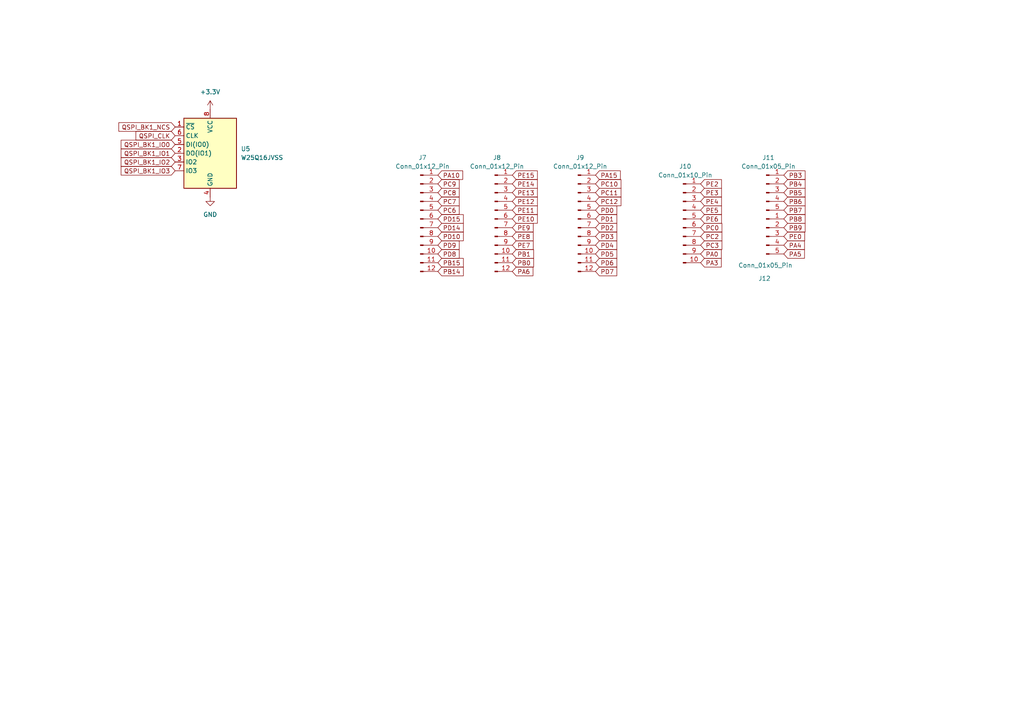
<source format=kicad_sch>
(kicad_sch
	(version 20231120)
	(generator "eeschema")
	(generator_version "8.0")
	(uuid "fce70f92-0567-4209-b6a7-ebdc4e5c9de3")
	(paper "A4")
	(lib_symbols
		(symbol "Connector:Conn_01x05_Pin"
			(pin_names
				(offset 1.016) hide)
			(exclude_from_sim no)
			(in_bom yes)
			(on_board yes)
			(property "Reference" "J"
				(at 0 7.62 0)
				(effects
					(font
						(size 1.27 1.27)
					)
				)
			)
			(property "Value" "Conn_01x05_Pin"
				(at 0 -7.62 0)
				(effects
					(font
						(size 1.27 1.27)
					)
				)
			)
			(property "Footprint" ""
				(at 0 0 0)
				(effects
					(font
						(size 1.27 1.27)
					)
					(hide yes)
				)
			)
			(property "Datasheet" "~"
				(at 0 0 0)
				(effects
					(font
						(size 1.27 1.27)
					)
					(hide yes)
				)
			)
			(property "Description" "Generic connector, single row, 01x05, script generated"
				(at 0 0 0)
				(effects
					(font
						(size 1.27 1.27)
					)
					(hide yes)
				)
			)
			(property "ki_locked" ""
				(at 0 0 0)
				(effects
					(font
						(size 1.27 1.27)
					)
				)
			)
			(property "ki_keywords" "connector"
				(at 0 0 0)
				(effects
					(font
						(size 1.27 1.27)
					)
					(hide yes)
				)
			)
			(property "ki_fp_filters" "Connector*:*_1x??_*"
				(at 0 0 0)
				(effects
					(font
						(size 1.27 1.27)
					)
					(hide yes)
				)
			)
			(symbol "Conn_01x05_Pin_1_1"
				(polyline
					(pts
						(xy 1.27 -5.08) (xy 0.8636 -5.08)
					)
					(stroke
						(width 0.1524)
						(type default)
					)
					(fill
						(type none)
					)
				)
				(polyline
					(pts
						(xy 1.27 -2.54) (xy 0.8636 -2.54)
					)
					(stroke
						(width 0.1524)
						(type default)
					)
					(fill
						(type none)
					)
				)
				(polyline
					(pts
						(xy 1.27 0) (xy 0.8636 0)
					)
					(stroke
						(width 0.1524)
						(type default)
					)
					(fill
						(type none)
					)
				)
				(polyline
					(pts
						(xy 1.27 2.54) (xy 0.8636 2.54)
					)
					(stroke
						(width 0.1524)
						(type default)
					)
					(fill
						(type none)
					)
				)
				(polyline
					(pts
						(xy 1.27 5.08) (xy 0.8636 5.08)
					)
					(stroke
						(width 0.1524)
						(type default)
					)
					(fill
						(type none)
					)
				)
				(rectangle
					(start 0.8636 -4.953)
					(end 0 -5.207)
					(stroke
						(width 0.1524)
						(type default)
					)
					(fill
						(type outline)
					)
				)
				(rectangle
					(start 0.8636 -2.413)
					(end 0 -2.667)
					(stroke
						(width 0.1524)
						(type default)
					)
					(fill
						(type outline)
					)
				)
				(rectangle
					(start 0.8636 0.127)
					(end 0 -0.127)
					(stroke
						(width 0.1524)
						(type default)
					)
					(fill
						(type outline)
					)
				)
				(rectangle
					(start 0.8636 2.667)
					(end 0 2.413)
					(stroke
						(width 0.1524)
						(type default)
					)
					(fill
						(type outline)
					)
				)
				(rectangle
					(start 0.8636 5.207)
					(end 0 4.953)
					(stroke
						(width 0.1524)
						(type default)
					)
					(fill
						(type outline)
					)
				)
				(pin passive line
					(at 5.08 5.08 180)
					(length 3.81)
					(name "Pin_1"
						(effects
							(font
								(size 1.27 1.27)
							)
						)
					)
					(number "1"
						(effects
							(font
								(size 1.27 1.27)
							)
						)
					)
				)
				(pin passive line
					(at 5.08 2.54 180)
					(length 3.81)
					(name "Pin_2"
						(effects
							(font
								(size 1.27 1.27)
							)
						)
					)
					(number "2"
						(effects
							(font
								(size 1.27 1.27)
							)
						)
					)
				)
				(pin passive line
					(at 5.08 0 180)
					(length 3.81)
					(name "Pin_3"
						(effects
							(font
								(size 1.27 1.27)
							)
						)
					)
					(number "3"
						(effects
							(font
								(size 1.27 1.27)
							)
						)
					)
				)
				(pin passive line
					(at 5.08 -2.54 180)
					(length 3.81)
					(name "Pin_4"
						(effects
							(font
								(size 1.27 1.27)
							)
						)
					)
					(number "4"
						(effects
							(font
								(size 1.27 1.27)
							)
						)
					)
				)
				(pin passive line
					(at 5.08 -5.08 180)
					(length 3.81)
					(name "Pin_5"
						(effects
							(font
								(size 1.27 1.27)
							)
						)
					)
					(number "5"
						(effects
							(font
								(size 1.27 1.27)
							)
						)
					)
				)
			)
		)
		(symbol "Connector:Conn_01x10_Pin"
			(pin_names
				(offset 1.016) hide)
			(exclude_from_sim no)
			(in_bom yes)
			(on_board yes)
			(property "Reference" "J"
				(at 0 12.7 0)
				(effects
					(font
						(size 1.27 1.27)
					)
				)
			)
			(property "Value" "Conn_01x10_Pin"
				(at 0 -15.24 0)
				(effects
					(font
						(size 1.27 1.27)
					)
				)
			)
			(property "Footprint" ""
				(at 0 0 0)
				(effects
					(font
						(size 1.27 1.27)
					)
					(hide yes)
				)
			)
			(property "Datasheet" "~"
				(at 0 0 0)
				(effects
					(font
						(size 1.27 1.27)
					)
					(hide yes)
				)
			)
			(property "Description" "Generic connector, single row, 01x10, script generated"
				(at 0 0 0)
				(effects
					(font
						(size 1.27 1.27)
					)
					(hide yes)
				)
			)
			(property "ki_locked" ""
				(at 0 0 0)
				(effects
					(font
						(size 1.27 1.27)
					)
				)
			)
			(property "ki_keywords" "connector"
				(at 0 0 0)
				(effects
					(font
						(size 1.27 1.27)
					)
					(hide yes)
				)
			)
			(property "ki_fp_filters" "Connector*:*_1x??_*"
				(at 0 0 0)
				(effects
					(font
						(size 1.27 1.27)
					)
					(hide yes)
				)
			)
			(symbol "Conn_01x10_Pin_1_1"
				(polyline
					(pts
						(xy 1.27 -12.7) (xy 0.8636 -12.7)
					)
					(stroke
						(width 0.1524)
						(type default)
					)
					(fill
						(type none)
					)
				)
				(polyline
					(pts
						(xy 1.27 -10.16) (xy 0.8636 -10.16)
					)
					(stroke
						(width 0.1524)
						(type default)
					)
					(fill
						(type none)
					)
				)
				(polyline
					(pts
						(xy 1.27 -7.62) (xy 0.8636 -7.62)
					)
					(stroke
						(width 0.1524)
						(type default)
					)
					(fill
						(type none)
					)
				)
				(polyline
					(pts
						(xy 1.27 -5.08) (xy 0.8636 -5.08)
					)
					(stroke
						(width 0.1524)
						(type default)
					)
					(fill
						(type none)
					)
				)
				(polyline
					(pts
						(xy 1.27 -2.54) (xy 0.8636 -2.54)
					)
					(stroke
						(width 0.1524)
						(type default)
					)
					(fill
						(type none)
					)
				)
				(polyline
					(pts
						(xy 1.27 0) (xy 0.8636 0)
					)
					(stroke
						(width 0.1524)
						(type default)
					)
					(fill
						(type none)
					)
				)
				(polyline
					(pts
						(xy 1.27 2.54) (xy 0.8636 2.54)
					)
					(stroke
						(width 0.1524)
						(type default)
					)
					(fill
						(type none)
					)
				)
				(polyline
					(pts
						(xy 1.27 5.08) (xy 0.8636 5.08)
					)
					(stroke
						(width 0.1524)
						(type default)
					)
					(fill
						(type none)
					)
				)
				(polyline
					(pts
						(xy 1.27 7.62) (xy 0.8636 7.62)
					)
					(stroke
						(width 0.1524)
						(type default)
					)
					(fill
						(type none)
					)
				)
				(polyline
					(pts
						(xy 1.27 10.16) (xy 0.8636 10.16)
					)
					(stroke
						(width 0.1524)
						(type default)
					)
					(fill
						(type none)
					)
				)
				(rectangle
					(start 0.8636 -12.573)
					(end 0 -12.827)
					(stroke
						(width 0.1524)
						(type default)
					)
					(fill
						(type outline)
					)
				)
				(rectangle
					(start 0.8636 -10.033)
					(end 0 -10.287)
					(stroke
						(width 0.1524)
						(type default)
					)
					(fill
						(type outline)
					)
				)
				(rectangle
					(start 0.8636 -7.493)
					(end 0 -7.747)
					(stroke
						(width 0.1524)
						(type default)
					)
					(fill
						(type outline)
					)
				)
				(rectangle
					(start 0.8636 -4.953)
					(end 0 -5.207)
					(stroke
						(width 0.1524)
						(type default)
					)
					(fill
						(type outline)
					)
				)
				(rectangle
					(start 0.8636 -2.413)
					(end 0 -2.667)
					(stroke
						(width 0.1524)
						(type default)
					)
					(fill
						(type outline)
					)
				)
				(rectangle
					(start 0.8636 0.127)
					(end 0 -0.127)
					(stroke
						(width 0.1524)
						(type default)
					)
					(fill
						(type outline)
					)
				)
				(rectangle
					(start 0.8636 2.667)
					(end 0 2.413)
					(stroke
						(width 0.1524)
						(type default)
					)
					(fill
						(type outline)
					)
				)
				(rectangle
					(start 0.8636 5.207)
					(end 0 4.953)
					(stroke
						(width 0.1524)
						(type default)
					)
					(fill
						(type outline)
					)
				)
				(rectangle
					(start 0.8636 7.747)
					(end 0 7.493)
					(stroke
						(width 0.1524)
						(type default)
					)
					(fill
						(type outline)
					)
				)
				(rectangle
					(start 0.8636 10.287)
					(end 0 10.033)
					(stroke
						(width 0.1524)
						(type default)
					)
					(fill
						(type outline)
					)
				)
				(pin passive line
					(at 5.08 10.16 180)
					(length 3.81)
					(name "Pin_1"
						(effects
							(font
								(size 1.27 1.27)
							)
						)
					)
					(number "1"
						(effects
							(font
								(size 1.27 1.27)
							)
						)
					)
				)
				(pin passive line
					(at 5.08 -12.7 180)
					(length 3.81)
					(name "Pin_10"
						(effects
							(font
								(size 1.27 1.27)
							)
						)
					)
					(number "10"
						(effects
							(font
								(size 1.27 1.27)
							)
						)
					)
				)
				(pin passive line
					(at 5.08 7.62 180)
					(length 3.81)
					(name "Pin_2"
						(effects
							(font
								(size 1.27 1.27)
							)
						)
					)
					(number "2"
						(effects
							(font
								(size 1.27 1.27)
							)
						)
					)
				)
				(pin passive line
					(at 5.08 5.08 180)
					(length 3.81)
					(name "Pin_3"
						(effects
							(font
								(size 1.27 1.27)
							)
						)
					)
					(number "3"
						(effects
							(font
								(size 1.27 1.27)
							)
						)
					)
				)
				(pin passive line
					(at 5.08 2.54 180)
					(length 3.81)
					(name "Pin_4"
						(effects
							(font
								(size 1.27 1.27)
							)
						)
					)
					(number "4"
						(effects
							(font
								(size 1.27 1.27)
							)
						)
					)
				)
				(pin passive line
					(at 5.08 0 180)
					(length 3.81)
					(name "Pin_5"
						(effects
							(font
								(size 1.27 1.27)
							)
						)
					)
					(number "5"
						(effects
							(font
								(size 1.27 1.27)
							)
						)
					)
				)
				(pin passive line
					(at 5.08 -2.54 180)
					(length 3.81)
					(name "Pin_6"
						(effects
							(font
								(size 1.27 1.27)
							)
						)
					)
					(number "6"
						(effects
							(font
								(size 1.27 1.27)
							)
						)
					)
				)
				(pin passive line
					(at 5.08 -5.08 180)
					(length 3.81)
					(name "Pin_7"
						(effects
							(font
								(size 1.27 1.27)
							)
						)
					)
					(number "7"
						(effects
							(font
								(size 1.27 1.27)
							)
						)
					)
				)
				(pin passive line
					(at 5.08 -7.62 180)
					(length 3.81)
					(name "Pin_8"
						(effects
							(font
								(size 1.27 1.27)
							)
						)
					)
					(number "8"
						(effects
							(font
								(size 1.27 1.27)
							)
						)
					)
				)
				(pin passive line
					(at 5.08 -10.16 180)
					(length 3.81)
					(name "Pin_9"
						(effects
							(font
								(size 1.27 1.27)
							)
						)
					)
					(number "9"
						(effects
							(font
								(size 1.27 1.27)
							)
						)
					)
				)
			)
		)
		(symbol "Connector:Conn_01x12_Pin"
			(pin_names
				(offset 1.016) hide)
			(exclude_from_sim no)
			(in_bom yes)
			(on_board yes)
			(property "Reference" "J"
				(at 0 15.24 0)
				(effects
					(font
						(size 1.27 1.27)
					)
				)
			)
			(property "Value" "Conn_01x12_Pin"
				(at 0 -17.78 0)
				(effects
					(font
						(size 1.27 1.27)
					)
				)
			)
			(property "Footprint" ""
				(at 0 0 0)
				(effects
					(font
						(size 1.27 1.27)
					)
					(hide yes)
				)
			)
			(property "Datasheet" "~"
				(at 0 0 0)
				(effects
					(font
						(size 1.27 1.27)
					)
					(hide yes)
				)
			)
			(property "Description" "Generic connector, single row, 01x12, script generated"
				(at 0 0 0)
				(effects
					(font
						(size 1.27 1.27)
					)
					(hide yes)
				)
			)
			(property "ki_locked" ""
				(at 0 0 0)
				(effects
					(font
						(size 1.27 1.27)
					)
				)
			)
			(property "ki_keywords" "connector"
				(at 0 0 0)
				(effects
					(font
						(size 1.27 1.27)
					)
					(hide yes)
				)
			)
			(property "ki_fp_filters" "Connector*:*_1x??_*"
				(at 0 0 0)
				(effects
					(font
						(size 1.27 1.27)
					)
					(hide yes)
				)
			)
			(symbol "Conn_01x12_Pin_1_1"
				(polyline
					(pts
						(xy 1.27 -15.24) (xy 0.8636 -15.24)
					)
					(stroke
						(width 0.1524)
						(type default)
					)
					(fill
						(type none)
					)
				)
				(polyline
					(pts
						(xy 1.27 -12.7) (xy 0.8636 -12.7)
					)
					(stroke
						(width 0.1524)
						(type default)
					)
					(fill
						(type none)
					)
				)
				(polyline
					(pts
						(xy 1.27 -10.16) (xy 0.8636 -10.16)
					)
					(stroke
						(width 0.1524)
						(type default)
					)
					(fill
						(type none)
					)
				)
				(polyline
					(pts
						(xy 1.27 -7.62) (xy 0.8636 -7.62)
					)
					(stroke
						(width 0.1524)
						(type default)
					)
					(fill
						(type none)
					)
				)
				(polyline
					(pts
						(xy 1.27 -5.08) (xy 0.8636 -5.08)
					)
					(stroke
						(width 0.1524)
						(type default)
					)
					(fill
						(type none)
					)
				)
				(polyline
					(pts
						(xy 1.27 -2.54) (xy 0.8636 -2.54)
					)
					(stroke
						(width 0.1524)
						(type default)
					)
					(fill
						(type none)
					)
				)
				(polyline
					(pts
						(xy 1.27 0) (xy 0.8636 0)
					)
					(stroke
						(width 0.1524)
						(type default)
					)
					(fill
						(type none)
					)
				)
				(polyline
					(pts
						(xy 1.27 2.54) (xy 0.8636 2.54)
					)
					(stroke
						(width 0.1524)
						(type default)
					)
					(fill
						(type none)
					)
				)
				(polyline
					(pts
						(xy 1.27 5.08) (xy 0.8636 5.08)
					)
					(stroke
						(width 0.1524)
						(type default)
					)
					(fill
						(type none)
					)
				)
				(polyline
					(pts
						(xy 1.27 7.62) (xy 0.8636 7.62)
					)
					(stroke
						(width 0.1524)
						(type default)
					)
					(fill
						(type none)
					)
				)
				(polyline
					(pts
						(xy 1.27 10.16) (xy 0.8636 10.16)
					)
					(stroke
						(width 0.1524)
						(type default)
					)
					(fill
						(type none)
					)
				)
				(polyline
					(pts
						(xy 1.27 12.7) (xy 0.8636 12.7)
					)
					(stroke
						(width 0.1524)
						(type default)
					)
					(fill
						(type none)
					)
				)
				(rectangle
					(start 0.8636 -15.113)
					(end 0 -15.367)
					(stroke
						(width 0.1524)
						(type default)
					)
					(fill
						(type outline)
					)
				)
				(rectangle
					(start 0.8636 -12.573)
					(end 0 -12.827)
					(stroke
						(width 0.1524)
						(type default)
					)
					(fill
						(type outline)
					)
				)
				(rectangle
					(start 0.8636 -10.033)
					(end 0 -10.287)
					(stroke
						(width 0.1524)
						(type default)
					)
					(fill
						(type outline)
					)
				)
				(rectangle
					(start 0.8636 -7.493)
					(end 0 -7.747)
					(stroke
						(width 0.1524)
						(type default)
					)
					(fill
						(type outline)
					)
				)
				(rectangle
					(start 0.8636 -4.953)
					(end 0 -5.207)
					(stroke
						(width 0.1524)
						(type default)
					)
					(fill
						(type outline)
					)
				)
				(rectangle
					(start 0.8636 -2.413)
					(end 0 -2.667)
					(stroke
						(width 0.1524)
						(type default)
					)
					(fill
						(type outline)
					)
				)
				(rectangle
					(start 0.8636 0.127)
					(end 0 -0.127)
					(stroke
						(width 0.1524)
						(type default)
					)
					(fill
						(type outline)
					)
				)
				(rectangle
					(start 0.8636 2.667)
					(end 0 2.413)
					(stroke
						(width 0.1524)
						(type default)
					)
					(fill
						(type outline)
					)
				)
				(rectangle
					(start 0.8636 5.207)
					(end 0 4.953)
					(stroke
						(width 0.1524)
						(type default)
					)
					(fill
						(type outline)
					)
				)
				(rectangle
					(start 0.8636 7.747)
					(end 0 7.493)
					(stroke
						(width 0.1524)
						(type default)
					)
					(fill
						(type outline)
					)
				)
				(rectangle
					(start 0.8636 10.287)
					(end 0 10.033)
					(stroke
						(width 0.1524)
						(type default)
					)
					(fill
						(type outline)
					)
				)
				(rectangle
					(start 0.8636 12.827)
					(end 0 12.573)
					(stroke
						(width 0.1524)
						(type default)
					)
					(fill
						(type outline)
					)
				)
				(pin passive line
					(at 5.08 12.7 180)
					(length 3.81)
					(name "Pin_1"
						(effects
							(font
								(size 1.27 1.27)
							)
						)
					)
					(number "1"
						(effects
							(font
								(size 1.27 1.27)
							)
						)
					)
				)
				(pin passive line
					(at 5.08 -10.16 180)
					(length 3.81)
					(name "Pin_10"
						(effects
							(font
								(size 1.27 1.27)
							)
						)
					)
					(number "10"
						(effects
							(font
								(size 1.27 1.27)
							)
						)
					)
				)
				(pin passive line
					(at 5.08 -12.7 180)
					(length 3.81)
					(name "Pin_11"
						(effects
							(font
								(size 1.27 1.27)
							)
						)
					)
					(number "11"
						(effects
							(font
								(size 1.27 1.27)
							)
						)
					)
				)
				(pin passive line
					(at 5.08 -15.24 180)
					(length 3.81)
					(name "Pin_12"
						(effects
							(font
								(size 1.27 1.27)
							)
						)
					)
					(number "12"
						(effects
							(font
								(size 1.27 1.27)
							)
						)
					)
				)
				(pin passive line
					(at 5.08 10.16 180)
					(length 3.81)
					(name "Pin_2"
						(effects
							(font
								(size 1.27 1.27)
							)
						)
					)
					(number "2"
						(effects
							(font
								(size 1.27 1.27)
							)
						)
					)
				)
				(pin passive line
					(at 5.08 7.62 180)
					(length 3.81)
					(name "Pin_3"
						(effects
							(font
								(size 1.27 1.27)
							)
						)
					)
					(number "3"
						(effects
							(font
								(size 1.27 1.27)
							)
						)
					)
				)
				(pin passive line
					(at 5.08 5.08 180)
					(length 3.81)
					(name "Pin_4"
						(effects
							(font
								(size 1.27 1.27)
							)
						)
					)
					(number "4"
						(effects
							(font
								(size 1.27 1.27)
							)
						)
					)
				)
				(pin passive line
					(at 5.08 2.54 180)
					(length 3.81)
					(name "Pin_5"
						(effects
							(font
								(size 1.27 1.27)
							)
						)
					)
					(number "5"
						(effects
							(font
								(size 1.27 1.27)
							)
						)
					)
				)
				(pin passive line
					(at 5.08 0 180)
					(length 3.81)
					(name "Pin_6"
						(effects
							(font
								(size 1.27 1.27)
							)
						)
					)
					(number "6"
						(effects
							(font
								(size 1.27 1.27)
							)
						)
					)
				)
				(pin passive line
					(at 5.08 -2.54 180)
					(length 3.81)
					(name "Pin_7"
						(effects
							(font
								(size 1.27 1.27)
							)
						)
					)
					(number "7"
						(effects
							(font
								(size 1.27 1.27)
							)
						)
					)
				)
				(pin passive line
					(at 5.08 -5.08 180)
					(length 3.81)
					(name "Pin_8"
						(effects
							(font
								(size 1.27 1.27)
							)
						)
					)
					(number "8"
						(effects
							(font
								(size 1.27 1.27)
							)
						)
					)
				)
				(pin passive line
					(at 5.08 -7.62 180)
					(length 3.81)
					(name "Pin_9"
						(effects
							(font
								(size 1.27 1.27)
							)
						)
					)
					(number "9"
						(effects
							(font
								(size 1.27 1.27)
							)
						)
					)
				)
			)
		)
		(symbol "Memory_Flash:W25Q16JVSS"
			(exclude_from_sim no)
			(in_bom yes)
			(on_board yes)
			(property "Reference" "U"
				(at -6.35 11.43 0)
				(effects
					(font
						(size 1.27 1.27)
					)
				)
			)
			(property "Value" "W25Q16JVSS"
				(at 7.62 11.43 0)
				(effects
					(font
						(size 1.27 1.27)
					)
				)
			)
			(property "Footprint" "Package_SO:SOIC-8_5.23x5.23mm_P1.27mm"
				(at 0 0 0)
				(effects
					(font
						(size 1.27 1.27)
					)
					(hide yes)
				)
			)
			(property "Datasheet" "https://www.winbond.com/hq/support/documentation/levelOne.jsp?__locale=en&DocNo=DA00-W25Q16JV.1"
				(at 0 0 0)
				(effects
					(font
						(size 1.27 1.27)
					)
					(hide yes)
				)
			)
			(property "Description" "16Mb Serial Flash Memory, Standard/Dual/Quad SPI, SOIC-8"
				(at 0 0 0)
				(effects
					(font
						(size 1.27 1.27)
					)
					(hide yes)
				)
			)
			(property "ki_keywords" "flash memory SPI"
				(at 0 0 0)
				(effects
					(font
						(size 1.27 1.27)
					)
					(hide yes)
				)
			)
			(property "ki_fp_filters" "SOIC*5.23x5.23mm*P1.27mm*"
				(at 0 0 0)
				(effects
					(font
						(size 1.27 1.27)
					)
					(hide yes)
				)
			)
			(symbol "W25Q16JVSS_0_1"
				(rectangle
					(start -7.62 10.16)
					(end 7.62 -10.16)
					(stroke
						(width 0.254)
						(type default)
					)
					(fill
						(type background)
					)
				)
			)
			(symbol "W25Q16JVSS_1_1"
				(pin input line
					(at -10.16 7.62 0)
					(length 2.54)
					(name "~{CS}"
						(effects
							(font
								(size 1.27 1.27)
							)
						)
					)
					(number "1"
						(effects
							(font
								(size 1.27 1.27)
							)
						)
					)
				)
				(pin bidirectional line
					(at -10.16 0 0)
					(length 2.54)
					(name "DO(IO1)"
						(effects
							(font
								(size 1.27 1.27)
							)
						)
					)
					(number "2"
						(effects
							(font
								(size 1.27 1.27)
							)
						)
					)
				)
				(pin bidirectional line
					(at -10.16 -2.54 0)
					(length 2.54)
					(name "IO2"
						(effects
							(font
								(size 1.27 1.27)
							)
						)
					)
					(number "3"
						(effects
							(font
								(size 1.27 1.27)
							)
						)
					)
				)
				(pin power_in line
					(at 0 -12.7 90)
					(length 2.54)
					(name "GND"
						(effects
							(font
								(size 1.27 1.27)
							)
						)
					)
					(number "4"
						(effects
							(font
								(size 1.27 1.27)
							)
						)
					)
				)
				(pin bidirectional line
					(at -10.16 2.54 0)
					(length 2.54)
					(name "DI(IO0)"
						(effects
							(font
								(size 1.27 1.27)
							)
						)
					)
					(number "5"
						(effects
							(font
								(size 1.27 1.27)
							)
						)
					)
				)
				(pin input line
					(at -10.16 5.08 0)
					(length 2.54)
					(name "CLK"
						(effects
							(font
								(size 1.27 1.27)
							)
						)
					)
					(number "6"
						(effects
							(font
								(size 1.27 1.27)
							)
						)
					)
				)
				(pin bidirectional line
					(at -10.16 -5.08 0)
					(length 2.54)
					(name "IO3"
						(effects
							(font
								(size 1.27 1.27)
							)
						)
					)
					(number "7"
						(effects
							(font
								(size 1.27 1.27)
							)
						)
					)
				)
				(pin power_in line
					(at 0 12.7 270)
					(length 2.54)
					(name "VCC"
						(effects
							(font
								(size 1.27 1.27)
							)
						)
					)
					(number "8"
						(effects
							(font
								(size 1.27 1.27)
							)
						)
					)
				)
			)
		)
		(symbol "power:+3.3V"
			(power)
			(pin_numbers hide)
			(pin_names
				(offset 0) hide)
			(exclude_from_sim no)
			(in_bom yes)
			(on_board yes)
			(property "Reference" "#PWR"
				(at 0 -3.81 0)
				(effects
					(font
						(size 1.27 1.27)
					)
					(hide yes)
				)
			)
			(property "Value" "+3.3V"
				(at 0 3.556 0)
				(effects
					(font
						(size 1.27 1.27)
					)
				)
			)
			(property "Footprint" ""
				(at 0 0 0)
				(effects
					(font
						(size 1.27 1.27)
					)
					(hide yes)
				)
			)
			(property "Datasheet" ""
				(at 0 0 0)
				(effects
					(font
						(size 1.27 1.27)
					)
					(hide yes)
				)
			)
			(property "Description" "Power symbol creates a global label with name \"+3.3V\""
				(at 0 0 0)
				(effects
					(font
						(size 1.27 1.27)
					)
					(hide yes)
				)
			)
			(property "ki_keywords" "global power"
				(at 0 0 0)
				(effects
					(font
						(size 1.27 1.27)
					)
					(hide yes)
				)
			)
			(symbol "+3.3V_0_1"
				(polyline
					(pts
						(xy -0.762 1.27) (xy 0 2.54)
					)
					(stroke
						(width 0)
						(type default)
					)
					(fill
						(type none)
					)
				)
				(polyline
					(pts
						(xy 0 0) (xy 0 2.54)
					)
					(stroke
						(width 0)
						(type default)
					)
					(fill
						(type none)
					)
				)
				(polyline
					(pts
						(xy 0 2.54) (xy 0.762 1.27)
					)
					(stroke
						(width 0)
						(type default)
					)
					(fill
						(type none)
					)
				)
			)
			(symbol "+3.3V_1_1"
				(pin power_in line
					(at 0 0 90)
					(length 0)
					(name "~"
						(effects
							(font
								(size 1.27 1.27)
							)
						)
					)
					(number "1"
						(effects
							(font
								(size 1.27 1.27)
							)
						)
					)
				)
			)
		)
		(symbol "power:GND"
			(power)
			(pin_numbers hide)
			(pin_names
				(offset 0) hide)
			(exclude_from_sim no)
			(in_bom yes)
			(on_board yes)
			(property "Reference" "#PWR"
				(at 0 -6.35 0)
				(effects
					(font
						(size 1.27 1.27)
					)
					(hide yes)
				)
			)
			(property "Value" "GND"
				(at 0 -3.81 0)
				(effects
					(font
						(size 1.27 1.27)
					)
				)
			)
			(property "Footprint" ""
				(at 0 0 0)
				(effects
					(font
						(size 1.27 1.27)
					)
					(hide yes)
				)
			)
			(property "Datasheet" ""
				(at 0 0 0)
				(effects
					(font
						(size 1.27 1.27)
					)
					(hide yes)
				)
			)
			(property "Description" "Power symbol creates a global label with name \"GND\" , ground"
				(at 0 0 0)
				(effects
					(font
						(size 1.27 1.27)
					)
					(hide yes)
				)
			)
			(property "ki_keywords" "global power"
				(at 0 0 0)
				(effects
					(font
						(size 1.27 1.27)
					)
					(hide yes)
				)
			)
			(symbol "GND_0_1"
				(polyline
					(pts
						(xy 0 0) (xy 0 -1.27) (xy 1.27 -1.27) (xy 0 -2.54) (xy -1.27 -1.27) (xy 0 -1.27)
					)
					(stroke
						(width 0)
						(type default)
					)
					(fill
						(type none)
					)
				)
			)
			(symbol "GND_1_1"
				(pin power_in line
					(at 0 0 270)
					(length 0)
					(name "~"
						(effects
							(font
								(size 1.27 1.27)
							)
						)
					)
					(number "1"
						(effects
							(font
								(size 1.27 1.27)
							)
						)
					)
				)
			)
		)
	)
	(global_label "PB8"
		(shape input)
		(at 227.33 63.5 0)
		(fields_autoplaced yes)
		(effects
			(font
				(size 1.27 1.27)
			)
			(justify left)
		)
		(uuid "07d2c7a5-e4ea-457b-acfa-345eb319e23b")
		(property "Intersheetrefs" "${INTERSHEET_REFS}"
			(at 234.0647 63.5 0)
			(effects
				(font
					(size 1.27 1.27)
				)
				(justify left)
				(hide yes)
			)
		)
	)
	(global_label "PE3"
		(shape input)
		(at 203.2 55.88 0)
		(fields_autoplaced yes)
		(effects
			(font
				(size 1.27 1.27)
			)
			(justify left)
		)
		(uuid "08f91eb7-5c99-47a9-97f8-7461e2b47d51")
		(property "Intersheetrefs" "${INTERSHEET_REFS}"
			(at 209.8137 55.88 0)
			(effects
				(font
					(size 1.27 1.27)
				)
				(justify left)
				(hide yes)
			)
		)
	)
	(global_label "PB4"
		(shape input)
		(at 227.33 53.34 0)
		(fields_autoplaced yes)
		(effects
			(font
				(size 1.27 1.27)
			)
			(justify left)
		)
		(uuid "0bdc11ea-7a40-408c-8d42-7dd78ef5353e")
		(property "Intersheetrefs" "${INTERSHEET_REFS}"
			(at 234.0647 53.34 0)
			(effects
				(font
					(size 1.27 1.27)
				)
				(justify left)
				(hide yes)
			)
		)
	)
	(global_label "PB7"
		(shape input)
		(at 227.33 60.96 0)
		(fields_autoplaced yes)
		(effects
			(font
				(size 1.27 1.27)
			)
			(justify left)
		)
		(uuid "0da90363-da34-4b4e-a010-517a5a9c08a5")
		(property "Intersheetrefs" "${INTERSHEET_REFS}"
			(at 234.0647 60.96 0)
			(effects
				(font
					(size 1.27 1.27)
				)
				(justify left)
				(hide yes)
			)
		)
	)
	(global_label "PB14"
		(shape input)
		(at 127 78.74 0)
		(fields_autoplaced yes)
		(effects
			(font
				(size 1.27 1.27)
			)
			(justify left)
		)
		(uuid "0f06752f-8437-4b1e-880e-8f49daaea08a")
		(property "Intersheetrefs" "${INTERSHEET_REFS}"
			(at 134.9442 78.74 0)
			(effects
				(font
					(size 1.27 1.27)
				)
				(justify left)
				(hide yes)
			)
		)
	)
	(global_label "PC6"
		(shape input)
		(at 127 60.96 0)
		(fields_autoplaced yes)
		(effects
			(font
				(size 1.27 1.27)
			)
			(justify left)
		)
		(uuid "154b4f0c-4d6e-43df-838b-70c826feff61")
		(property "Intersheetrefs" "${INTERSHEET_REFS}"
			(at 133.7347 60.96 0)
			(effects
				(font
					(size 1.27 1.27)
				)
				(justify left)
				(hide yes)
			)
		)
	)
	(global_label "PE0"
		(shape input)
		(at 227.33 68.58 0)
		(fields_autoplaced yes)
		(effects
			(font
				(size 1.27 1.27)
			)
			(justify left)
		)
		(uuid "1b00cddf-fcb0-4484-80b2-3994a537ba45")
		(property "Intersheetrefs" "${INTERSHEET_REFS}"
			(at 233.9437 68.58 0)
			(effects
				(font
					(size 1.27 1.27)
				)
				(justify left)
				(hide yes)
			)
		)
	)
	(global_label "QSPI_BK1_IO3"
		(shape input)
		(at 50.8 49.53 180)
		(fields_autoplaced yes)
		(effects
			(font
				(size 1.27 1.27)
			)
			(justify right)
		)
		(uuid "1e5c85df-17e9-42f5-8775-a770b4a0a1b4")
		(property "Intersheetrefs" "${INTERSHEET_REFS}"
			(at 34.5705 49.53 0)
			(effects
				(font
					(size 1.27 1.27)
				)
				(justify right)
				(hide yes)
			)
		)
	)
	(global_label "PD8"
		(shape input)
		(at 127 73.66 0)
		(fields_autoplaced yes)
		(effects
			(font
				(size 1.27 1.27)
			)
			(justify left)
		)
		(uuid "206008dc-c0f5-4b31-92c1-da5b60fbec21")
		(property "Intersheetrefs" "${INTERSHEET_REFS}"
			(at 133.7347 73.66 0)
			(effects
				(font
					(size 1.27 1.27)
				)
				(justify left)
				(hide yes)
			)
		)
	)
	(global_label "PC3"
		(shape input)
		(at 203.2 71.12 0)
		(fields_autoplaced yes)
		(effects
			(font
				(size 1.27 1.27)
			)
			(justify left)
		)
		(uuid "266e8a58-cfd2-4235-9a4e-f700de351ec3")
		(property "Intersheetrefs" "${INTERSHEET_REFS}"
			(at 209.9347 71.12 0)
			(effects
				(font
					(size 1.27 1.27)
				)
				(justify left)
				(hide yes)
			)
		)
	)
	(global_label "QSPI_CLK"
		(shape input)
		(at 50.8 39.37 180)
		(fields_autoplaced yes)
		(effects
			(font
				(size 1.27 1.27)
			)
			(justify right)
		)
		(uuid "2882363e-2ba3-4cac-9df7-c710503ab742")
		(property "Intersheetrefs" "${INTERSHEET_REFS}"
			(at 38.8643 39.37 0)
			(effects
				(font
					(size 1.27 1.27)
				)
				(justify right)
				(hide yes)
			)
		)
	)
	(global_label "PD7"
		(shape input)
		(at 172.72 78.74 0)
		(fields_autoplaced yes)
		(effects
			(font
				(size 1.27 1.27)
			)
			(justify left)
		)
		(uuid "2a7e55df-8830-4f06-afa9-3eff5b79001b")
		(property "Intersheetrefs" "${INTERSHEET_REFS}"
			(at 179.4547 78.74 0)
			(effects
				(font
					(size 1.27 1.27)
				)
				(justify left)
				(hide yes)
			)
		)
	)
	(global_label "PC0"
		(shape input)
		(at 203.2 66.04 0)
		(fields_autoplaced yes)
		(effects
			(font
				(size 1.27 1.27)
			)
			(justify left)
		)
		(uuid "356651b0-fd8a-4856-9123-24be7328a8d2")
		(property "Intersheetrefs" "${INTERSHEET_REFS}"
			(at 209.9347 66.04 0)
			(effects
				(font
					(size 1.27 1.27)
				)
				(justify left)
				(hide yes)
			)
		)
	)
	(global_label "PE14"
		(shape input)
		(at 148.59 53.34 0)
		(fields_autoplaced yes)
		(effects
			(font
				(size 1.27 1.27)
			)
			(justify left)
		)
		(uuid "3d346544-1a91-47ce-9d5e-239045ea76b8")
		(property "Intersheetrefs" "${INTERSHEET_REFS}"
			(at 155.2037 53.34 0)
			(effects
				(font
					(size 1.27 1.27)
				)
				(justify left)
				(hide yes)
			)
		)
	)
	(global_label "PC7"
		(shape input)
		(at 127 58.42 0)
		(fields_autoplaced yes)
		(effects
			(font
				(size 1.27 1.27)
			)
			(justify left)
		)
		(uuid "429e7e4f-94e7-4580-856b-b4665d171c16")
		(property "Intersheetrefs" "${INTERSHEET_REFS}"
			(at 133.7347 58.42 0)
			(effects
				(font
					(size 1.27 1.27)
				)
				(justify left)
				(hide yes)
			)
		)
	)
	(global_label "PE9"
		(shape input)
		(at 148.59 66.04 0)
		(fields_autoplaced yes)
		(effects
			(font
				(size 1.27 1.27)
			)
			(justify left)
		)
		(uuid "4913c849-5c0c-47fc-844f-cd33cca0b1b1")
		(property "Intersheetrefs" "${INTERSHEET_REFS}"
			(at 155.2037 66.04 0)
			(effects
				(font
					(size 1.27 1.27)
				)
				(justify left)
				(hide yes)
			)
		)
	)
	(global_label "PA6"
		(shape input)
		(at 148.59 78.74 0)
		(fields_autoplaced yes)
		(effects
			(font
				(size 1.27 1.27)
			)
			(justify left)
		)
		(uuid "4e2ebeb3-54ea-45a8-a010-fd10de57015d")
		(property "Intersheetrefs" "${INTERSHEET_REFS}"
			(at 155.1433 78.74 0)
			(effects
				(font
					(size 1.27 1.27)
				)
				(justify left)
				(hide yes)
			)
		)
	)
	(global_label "PE2"
		(shape input)
		(at 203.2 53.34 0)
		(fields_autoplaced yes)
		(effects
			(font
				(size 1.27 1.27)
			)
			(justify left)
		)
		(uuid "50d71e89-47a1-44d8-8450-6d1b1d05a3da")
		(property "Intersheetrefs" "${INTERSHEET_REFS}"
			(at 209.8137 53.34 0)
			(effects
				(font
					(size 1.27 1.27)
				)
				(justify left)
				(hide yes)
			)
		)
	)
	(global_label "PA10"
		(shape input)
		(at 127 50.8 0)
		(fields_autoplaced yes)
		(effects
			(font
				(size 1.27 1.27)
			)
			(justify left)
		)
		(uuid "51e46eda-d2e6-4cdc-accc-a04ea96931ef")
		(property "Intersheetrefs" "${INTERSHEET_REFS}"
			(at 133.5533 50.8 0)
			(effects
				(font
					(size 1.27 1.27)
				)
				(justify left)
				(hide yes)
			)
		)
	)
	(global_label "PA15"
		(shape input)
		(at 172.72 50.8 0)
		(fields_autoplaced yes)
		(effects
			(font
				(size 1.27 1.27)
			)
			(justify left)
		)
		(uuid "5356680c-2fd5-42a9-bf83-6f9b8a057c1d")
		(property "Intersheetrefs" "${INTERSHEET_REFS}"
			(at 179.2733 50.8 0)
			(effects
				(font
					(size 1.27 1.27)
				)
				(justify left)
				(hide yes)
			)
		)
	)
	(global_label "PE15"
		(shape input)
		(at 148.59 50.8 0)
		(fields_autoplaced yes)
		(effects
			(font
				(size 1.27 1.27)
			)
			(justify left)
		)
		(uuid "54457f3c-74ec-4a8b-aa95-f53ab3bdc2cf")
		(property "Intersheetrefs" "${INTERSHEET_REFS}"
			(at 155.2037 50.8 0)
			(effects
				(font
					(size 1.27 1.27)
				)
				(justify left)
				(hide yes)
			)
		)
	)
	(global_label "PD0"
		(shape input)
		(at 172.72 60.96 0)
		(fields_autoplaced yes)
		(effects
			(font
				(size 1.27 1.27)
			)
			(justify left)
		)
		(uuid "559043ed-1209-448a-9432-2b1fa1609014")
		(property "Intersheetrefs" "${INTERSHEET_REFS}"
			(at 179.4547 60.96 0)
			(effects
				(font
					(size 1.27 1.27)
				)
				(justify left)
				(hide yes)
			)
		)
	)
	(global_label "PE5"
		(shape input)
		(at 203.2 60.96 0)
		(fields_autoplaced yes)
		(effects
			(font
				(size 1.27 1.27)
			)
			(justify left)
		)
		(uuid "55a682e9-6d06-4f1c-a90b-5ec827fb01cc")
		(property "Intersheetrefs" "${INTERSHEET_REFS}"
			(at 209.8137 60.96 0)
			(effects
				(font
					(size 1.27 1.27)
				)
				(justify left)
				(hide yes)
			)
		)
	)
	(global_label "PB0"
		(shape input)
		(at 148.59 76.2 0)
		(fields_autoplaced yes)
		(effects
			(font
				(size 1.27 1.27)
			)
			(justify left)
		)
		(uuid "5879c511-b4bd-4860-a74a-fc1e4697bf42")
		(property "Intersheetrefs" "${INTERSHEET_REFS}"
			(at 155.3247 76.2 0)
			(effects
				(font
					(size 1.27 1.27)
				)
				(justify left)
				(hide yes)
			)
		)
	)
	(global_label "QSPI_BK1_NCS"
		(shape input)
		(at 50.8 36.83 180)
		(fields_autoplaced yes)
		(effects
			(font
				(size 1.27 1.27)
			)
			(justify right)
		)
		(uuid "5e12e075-6d8a-4648-b409-c28dcb201cc0")
		(property "Intersheetrefs" "${INTERSHEET_REFS}"
			(at 33.9053 36.83 0)
			(effects
				(font
					(size 1.27 1.27)
				)
				(justify right)
				(hide yes)
			)
		)
	)
	(global_label "PE11"
		(shape input)
		(at 148.59 60.96 0)
		(fields_autoplaced yes)
		(effects
			(font
				(size 1.27 1.27)
			)
			(justify left)
		)
		(uuid "5e712d74-3937-4561-b07e-7d98a099994b")
		(property "Intersheetrefs" "${INTERSHEET_REFS}"
			(at 155.2037 60.96 0)
			(effects
				(font
					(size 1.27 1.27)
				)
				(justify left)
				(hide yes)
			)
		)
	)
	(global_label "PE13"
		(shape input)
		(at 148.59 55.88 0)
		(fields_autoplaced yes)
		(effects
			(font
				(size 1.27 1.27)
			)
			(justify left)
		)
		(uuid "682c16ce-f2f0-4228-992d-aa56411264af")
		(property "Intersheetrefs" "${INTERSHEET_REFS}"
			(at 155.2037 55.88 0)
			(effects
				(font
					(size 1.27 1.27)
				)
				(justify left)
				(hide yes)
			)
		)
	)
	(global_label "PE7"
		(shape input)
		(at 148.59 71.12 0)
		(fields_autoplaced yes)
		(effects
			(font
				(size 1.27 1.27)
			)
			(justify left)
		)
		(uuid "6935ecc9-a44b-4044-a8c6-9995a88a15fd")
		(property "Intersheetrefs" "${INTERSHEET_REFS}"
			(at 155.2037 71.12 0)
			(effects
				(font
					(size 1.27 1.27)
				)
				(justify left)
				(hide yes)
			)
		)
	)
	(global_label "PB5"
		(shape input)
		(at 227.33 55.88 0)
		(fields_autoplaced yes)
		(effects
			(font
				(size 1.27 1.27)
			)
			(justify left)
		)
		(uuid "6ee23ec2-8f15-4b65-9757-191fb45b9c5d")
		(property "Intersheetrefs" "${INTERSHEET_REFS}"
			(at 234.0647 55.88 0)
			(effects
				(font
					(size 1.27 1.27)
				)
				(justify left)
				(hide yes)
			)
		)
	)
	(global_label "PC8"
		(shape input)
		(at 127 55.88 0)
		(fields_autoplaced yes)
		(effects
			(font
				(size 1.27 1.27)
			)
			(justify left)
		)
		(uuid "6f3e5777-596e-4901-a960-2f840d8cb2a4")
		(property "Intersheetrefs" "${INTERSHEET_REFS}"
			(at 133.7347 55.88 0)
			(effects
				(font
					(size 1.27 1.27)
				)
				(justify left)
				(hide yes)
			)
		)
	)
	(global_label "PA0"
		(shape input)
		(at 203.2 73.66 0)
		(fields_autoplaced yes)
		(effects
			(font
				(size 1.27 1.27)
			)
			(justify left)
		)
		(uuid "751f8ce5-beea-48d0-9fa2-83ba703a3629")
		(property "Intersheetrefs" "${INTERSHEET_REFS}"
			(at 209.7533 73.66 0)
			(effects
				(font
					(size 1.27 1.27)
				)
				(justify left)
				(hide yes)
			)
		)
	)
	(global_label "PB15"
		(shape input)
		(at 127 76.2 0)
		(fields_autoplaced yes)
		(effects
			(font
				(size 1.27 1.27)
			)
			(justify left)
		)
		(uuid "794c2866-7d14-46cb-bb2a-ca8112a18be5")
		(property "Intersheetrefs" "${INTERSHEET_REFS}"
			(at 134.9442 76.2 0)
			(effects
				(font
					(size 1.27 1.27)
				)
				(justify left)
				(hide yes)
			)
		)
	)
	(global_label "PD1"
		(shape input)
		(at 172.72 63.5 0)
		(fields_autoplaced yes)
		(effects
			(font
				(size 1.27 1.27)
			)
			(justify left)
		)
		(uuid "7c9df5f8-ed12-437d-a068-235899b36c5b")
		(property "Intersheetrefs" "${INTERSHEET_REFS}"
			(at 179.4547 63.5 0)
			(effects
				(font
					(size 1.27 1.27)
				)
				(justify left)
				(hide yes)
			)
		)
	)
	(global_label "PC12"
		(shape input)
		(at 172.72 58.42 0)
		(fields_autoplaced yes)
		(effects
			(font
				(size 1.27 1.27)
			)
			(justify left)
		)
		(uuid "7ea2f2b7-88d1-4b62-af4d-ea5e5872fa0d")
		(property "Intersheetrefs" "${INTERSHEET_REFS}"
			(at 179.4547 58.42 0)
			(effects
				(font
					(size 1.27 1.27)
				)
				(justify left)
				(hide yes)
			)
		)
	)
	(global_label "PB6"
		(shape input)
		(at 227.33 58.42 0)
		(fields_autoplaced yes)
		(effects
			(font
				(size 1.27 1.27)
			)
			(justify left)
		)
		(uuid "803bc13f-be6b-4737-b588-3d9cbfd3b3ce")
		(property "Intersheetrefs" "${INTERSHEET_REFS}"
			(at 234.0647 58.42 0)
			(effects
				(font
					(size 1.27 1.27)
				)
				(justify left)
				(hide yes)
			)
		)
	)
	(global_label "PE4"
		(shape input)
		(at 203.2 58.42 0)
		(fields_autoplaced yes)
		(effects
			(font
				(size 1.27 1.27)
			)
			(justify left)
		)
		(uuid "830d9538-2737-42a3-a69f-bc0a5a6aa18b")
		(property "Intersheetrefs" "${INTERSHEET_REFS}"
			(at 209.8137 58.42 0)
			(effects
				(font
					(size 1.27 1.27)
				)
				(justify left)
				(hide yes)
			)
		)
	)
	(global_label "PB3"
		(shape input)
		(at 227.33 50.8 0)
		(fields_autoplaced yes)
		(effects
			(font
				(size 1.27 1.27)
			)
			(justify left)
		)
		(uuid "8926df5b-bec1-473c-ba4a-e1994f32641a")
		(property "Intersheetrefs" "${INTERSHEET_REFS}"
			(at 234.0647 50.8 0)
			(effects
				(font
					(size 1.27 1.27)
				)
				(justify left)
				(hide yes)
			)
		)
	)
	(global_label "PD6"
		(shape input)
		(at 172.72 76.2 0)
		(fields_autoplaced yes)
		(effects
			(font
				(size 1.27 1.27)
			)
			(justify left)
		)
		(uuid "8e087434-526f-4280-8662-f0c214bd6e0f")
		(property "Intersheetrefs" "${INTERSHEET_REFS}"
			(at 179.4547 76.2 0)
			(effects
				(font
					(size 1.27 1.27)
				)
				(justify left)
				(hide yes)
			)
		)
	)
	(global_label "PD15"
		(shape input)
		(at 127 63.5 0)
		(fields_autoplaced yes)
		(effects
			(font
				(size 1.27 1.27)
			)
			(justify left)
		)
		(uuid "90fb5f3b-c806-40d9-904d-fa5f5242e93f")
		(property "Intersheetrefs" "${INTERSHEET_REFS}"
			(at 134.9442 63.5 0)
			(effects
				(font
					(size 1.27 1.27)
				)
				(justify left)
				(hide yes)
			)
		)
	)
	(global_label "PD4"
		(shape input)
		(at 172.72 71.12 0)
		(fields_autoplaced yes)
		(effects
			(font
				(size 1.27 1.27)
			)
			(justify left)
		)
		(uuid "97a3a232-267a-4e9c-bb18-be5fdd5b0337")
		(property "Intersheetrefs" "${INTERSHEET_REFS}"
			(at 179.4547 71.12 0)
			(effects
				(font
					(size 1.27 1.27)
				)
				(justify left)
				(hide yes)
			)
		)
	)
	(global_label "PE12"
		(shape input)
		(at 148.59 58.42 0)
		(fields_autoplaced yes)
		(effects
			(font
				(size 1.27 1.27)
			)
			(justify left)
		)
		(uuid "99e25f9a-96b7-4780-8634-eab8a80114e3")
		(property "Intersheetrefs" "${INTERSHEET_REFS}"
			(at 155.2037 58.42 0)
			(effects
				(font
					(size 1.27 1.27)
				)
				(justify left)
				(hide yes)
			)
		)
	)
	(global_label "PC11"
		(shape input)
		(at 172.72 55.88 0)
		(fields_autoplaced yes)
		(effects
			(font
				(size 1.27 1.27)
			)
			(justify left)
		)
		(uuid "9e1ab39c-0efa-433f-96fe-c21eb81e22c5")
		(property "Intersheetrefs" "${INTERSHEET_REFS}"
			(at 179.4547 55.88 0)
			(effects
				(font
					(size 1.27 1.27)
				)
				(justify left)
				(hide yes)
			)
		)
	)
	(global_label "PD9"
		(shape input)
		(at 127 71.12 0)
		(fields_autoplaced yes)
		(effects
			(font
				(size 1.27 1.27)
			)
			(justify left)
		)
		(uuid "9f89d38d-6c14-487e-b460-9a94c7370146")
		(property "Intersheetrefs" "${INTERSHEET_REFS}"
			(at 133.7347 71.12 0)
			(effects
				(font
					(size 1.27 1.27)
				)
				(justify left)
				(hide yes)
			)
		)
	)
	(global_label "PD5"
		(shape input)
		(at 172.72 73.66 0)
		(fields_autoplaced yes)
		(effects
			(font
				(size 1.27 1.27)
			)
			(justify left)
		)
		(uuid "a18bfa02-2d79-47f5-b843-8704425b6be3")
		(property "Intersheetrefs" "${INTERSHEET_REFS}"
			(at 179.4547 73.66 0)
			(effects
				(font
					(size 1.27 1.27)
				)
				(justify left)
				(hide yes)
			)
		)
	)
	(global_label "PE10"
		(shape input)
		(at 148.59 63.5 0)
		(fields_autoplaced yes)
		(effects
			(font
				(size 1.27 1.27)
			)
			(justify left)
		)
		(uuid "a27b7f3a-ee2b-4da1-8f23-b67f182ba342")
		(property "Intersheetrefs" "${INTERSHEET_REFS}"
			(at 155.2037 63.5 0)
			(effects
				(font
					(size 1.27 1.27)
				)
				(justify left)
				(hide yes)
			)
		)
	)
	(global_label "PB1"
		(shape input)
		(at 148.59 73.66 0)
		(fields_autoplaced yes)
		(effects
			(font
				(size 1.27 1.27)
			)
			(justify left)
		)
		(uuid "a31be819-4f76-4f31-857c-8bf90f3e652a")
		(property "Intersheetrefs" "${INTERSHEET_REFS}"
			(at 155.3247 73.66 0)
			(effects
				(font
					(size 1.27 1.27)
				)
				(justify left)
				(hide yes)
			)
		)
	)
	(global_label "PE6"
		(shape input)
		(at 203.2 63.5 0)
		(fields_autoplaced yes)
		(effects
			(font
				(size 1.27 1.27)
			)
			(justify left)
		)
		(uuid "a408efc8-d746-42ed-bf0b-3bbc8179f5b2")
		(property "Intersheetrefs" "${INTERSHEET_REFS}"
			(at 209.8137 63.5 0)
			(effects
				(font
					(size 1.27 1.27)
				)
				(justify left)
				(hide yes)
			)
		)
	)
	(global_label "PD10"
		(shape input)
		(at 127 68.58 0)
		(fields_autoplaced yes)
		(effects
			(font
				(size 1.27 1.27)
			)
			(justify left)
		)
		(uuid "a476844a-2767-4afc-bb59-441a5c769d9b")
		(property "Intersheetrefs" "${INTERSHEET_REFS}"
			(at 134.9442 68.58 0)
			(effects
				(font
					(size 1.27 1.27)
				)
				(justify left)
				(hide yes)
			)
		)
	)
	(global_label "PC9"
		(shape input)
		(at 127 53.34 0)
		(fields_autoplaced yes)
		(effects
			(font
				(size 1.27 1.27)
			)
			(justify left)
		)
		(uuid "a6d5a787-2a50-4b3f-b78f-be77843db31a")
		(property "Intersheetrefs" "${INTERSHEET_REFS}"
			(at 133.7347 53.34 0)
			(effects
				(font
					(size 1.27 1.27)
				)
				(justify left)
				(hide yes)
			)
		)
	)
	(global_label "PA5"
		(shape input)
		(at 227.33 73.66 0)
		(fields_autoplaced yes)
		(effects
			(font
				(size 1.27 1.27)
			)
			(justify left)
		)
		(uuid "abdcce89-ee1a-4427-839e-a82c2bf17329")
		(property "Intersheetrefs" "${INTERSHEET_REFS}"
			(at 233.8833 73.66 0)
			(effects
				(font
					(size 1.27 1.27)
				)
				(justify left)
				(hide yes)
			)
		)
	)
	(global_label "PE8"
		(shape input)
		(at 148.59 68.58 0)
		(fields_autoplaced yes)
		(effects
			(font
				(size 1.27 1.27)
			)
			(justify left)
		)
		(uuid "bbb6e17c-2b1b-425b-9aed-e8a474727390")
		(property "Intersheetrefs" "${INTERSHEET_REFS}"
			(at 155.2037 68.58 0)
			(effects
				(font
					(size 1.27 1.27)
				)
				(justify left)
				(hide yes)
			)
		)
	)
	(global_label "QSPI_BK1_IO0"
		(shape input)
		(at 50.8 41.91 180)
		(fields_autoplaced yes)
		(effects
			(font
				(size 1.27 1.27)
			)
			(justify right)
		)
		(uuid "be332b27-c8df-4ee1-83d0-9245e3a3cd2f")
		(property "Intersheetrefs" "${INTERSHEET_REFS}"
			(at 34.5705 41.91 0)
			(effects
				(font
					(size 1.27 1.27)
				)
				(justify right)
				(hide yes)
			)
		)
	)
	(global_label "PA4"
		(shape input)
		(at 227.33 71.12 0)
		(fields_autoplaced yes)
		(effects
			(font
				(size 1.27 1.27)
			)
			(justify left)
		)
		(uuid "c1e18e00-0cdd-4ce6-afeb-9a812989f585")
		(property "Intersheetrefs" "${INTERSHEET_REFS}"
			(at 233.8833 71.12 0)
			(effects
				(font
					(size 1.27 1.27)
				)
				(justify left)
				(hide yes)
			)
		)
	)
	(global_label "PC2"
		(shape input)
		(at 203.2 68.58 0)
		(fields_autoplaced yes)
		(effects
			(font
				(size 1.27 1.27)
			)
			(justify left)
		)
		(uuid "cd201644-2f8d-43e4-8da8-66c89c2e9314")
		(property "Intersheetrefs" "${INTERSHEET_REFS}"
			(at 209.9347 68.58 0)
			(effects
				(font
					(size 1.27 1.27)
				)
				(justify left)
				(hide yes)
			)
		)
	)
	(global_label "PA3"
		(shape input)
		(at 203.2 76.2 0)
		(fields_autoplaced yes)
		(effects
			(font
				(size 1.27 1.27)
			)
			(justify left)
		)
		(uuid "d64a0149-06de-4cf3-bd50-e7359a475334")
		(property "Intersheetrefs" "${INTERSHEET_REFS}"
			(at 209.7533 76.2 0)
			(effects
				(font
					(size 1.27 1.27)
				)
				(justify left)
				(hide yes)
			)
		)
	)
	(global_label "PB9"
		(shape input)
		(at 227.33 66.04 0)
		(fields_autoplaced yes)
		(effects
			(font
				(size 1.27 1.27)
			)
			(justify left)
		)
		(uuid "de778d09-cbec-43b8-960e-ef091edd07ff")
		(property "Intersheetrefs" "${INTERSHEET_REFS}"
			(at 234.0647 66.04 0)
			(effects
				(font
					(size 1.27 1.27)
				)
				(justify left)
				(hide yes)
			)
		)
	)
	(global_label "PD3"
		(shape input)
		(at 172.72 68.58 0)
		(fields_autoplaced yes)
		(effects
			(font
				(size 1.27 1.27)
			)
			(justify left)
		)
		(uuid "e511889f-e1c8-42db-b2e9-eebd7cf06401")
		(property "Intersheetrefs" "${INTERSHEET_REFS}"
			(at 179.4547 68.58 0)
			(effects
				(font
					(size 1.27 1.27)
				)
				(justify left)
				(hide yes)
			)
		)
	)
	(global_label "QSPI_BK1_IO2"
		(shape input)
		(at 50.8 46.99 180)
		(fields_autoplaced yes)
		(effects
			(font
				(size 1.27 1.27)
			)
			(justify right)
		)
		(uuid "ea9a1cc5-bc8a-4323-8e01-d022b2a50988")
		(property "Intersheetrefs" "${INTERSHEET_REFS}"
			(at 34.5705 46.99 0)
			(effects
				(font
					(size 1.27 1.27)
				)
				(justify right)
				(hide yes)
			)
		)
	)
	(global_label "PD14"
		(shape input)
		(at 127 66.04 0)
		(fields_autoplaced yes)
		(effects
			(font
				(size 1.27 1.27)
			)
			(justify left)
		)
		(uuid "edcabf7a-8a02-492e-8781-8090e42f5518")
		(property "Intersheetrefs" "${INTERSHEET_REFS}"
			(at 134.9442 66.04 0)
			(effects
				(font
					(size 1.27 1.27)
				)
				(justify left)
				(hide yes)
			)
		)
	)
	(global_label "QSPI_BK1_IO1"
		(shape input)
		(at 50.8 44.45 180)
		(fields_autoplaced yes)
		(effects
			(font
				(size 1.27 1.27)
			)
			(justify right)
		)
		(uuid "f1803ed9-2fa5-4b66-9e66-3114c751142f")
		(property "Intersheetrefs" "${INTERSHEET_REFS}"
			(at 34.5705 44.45 0)
			(effects
				(font
					(size 1.27 1.27)
				)
				(justify right)
				(hide yes)
			)
		)
	)
	(global_label "PD2"
		(shape input)
		(at 172.72 66.04 0)
		(fields_autoplaced yes)
		(effects
			(font
				(size 1.27 1.27)
			)
			(justify left)
		)
		(uuid "fdb54bd5-93ba-48d0-9c5c-8a66dd713917")
		(property "Intersheetrefs" "${INTERSHEET_REFS}"
			(at 179.4547 66.04 0)
			(effects
				(font
					(size 1.27 1.27)
				)
				(justify left)
				(hide yes)
			)
		)
	)
	(global_label "PC10"
		(shape input)
		(at 172.72 53.34 0)
		(fields_autoplaced yes)
		(effects
			(font
				(size 1.27 1.27)
			)
			(justify left)
		)
		(uuid "fe0e0c21-c2b4-429a-b8be-28d497355169")
		(property "Intersheetrefs" "${INTERSHEET_REFS}"
			(at 179.4547 53.34 0)
			(effects
				(font
					(size 1.27 1.27)
				)
				(justify left)
				(hide yes)
			)
		)
	)
	(symbol
		(lib_id "Connector:Conn_01x05_Pin")
		(at 222.25 68.58 0)
		(unit 1)
		(exclude_from_sim no)
		(in_bom yes)
		(on_board yes)
		(dnp no)
		(uuid "27caebbe-79c9-4f7e-aec0-dbee6f2bd497")
		(property "Reference" "J12"
			(at 221.742 80.772 0)
			(effects
				(font
					(size 1.27 1.27)
				)
			)
		)
		(property "Value" "Conn_01x05_Pin"
			(at 221.996 76.962 0)
			(effects
				(font
					(size 1.27 1.27)
				)
			)
		)
		(property "Footprint" "Connector_PinHeader_2.54mm:PinHeader_1x05_P2.54mm_Vertical"
			(at 222.25 68.58 0)
			(effects
				(font
					(size 1.27 1.27)
				)
				(hide yes)
			)
		)
		(property "Datasheet" "~"
			(at 222.25 68.58 0)
			(effects
				(font
					(size 1.27 1.27)
				)
				(hide yes)
			)
		)
		(property "Description" "Generic connector, single row, 01x05, script generated"
			(at 222.25 68.58 0)
			(effects
				(font
					(size 1.27 1.27)
				)
				(hide yes)
			)
		)
		(pin "4"
			(uuid "bdeb39f9-7f61-46de-b23d-c4d2ab0af0fd")
		)
		(pin "2"
			(uuid "20cdc688-1b4e-4c31-8abd-c2e944d5b0c7")
		)
		(pin "3"
			(uuid "fa83e3d1-81dd-4232-b4ba-3506223aecc1")
		)
		(pin "5"
			(uuid "90c22071-6d2b-499f-9c65-0136105a232a")
		)
		(pin "1"
			(uuid "d51cfdaa-5413-45c1-83fc-eb058180ce0c")
		)
		(instances
			(project ""
				(path "/351b61e0-0dc6-43e4-b310-08a261ff4d1d/3473c785-0568-4b87-a0c7-8161e1d97663"
					(reference "J12")
					(unit 1)
				)
			)
		)
	)
	(symbol
		(lib_id "Connector:Conn_01x12_Pin")
		(at 167.64 63.5 0)
		(unit 1)
		(exclude_from_sim no)
		(in_bom yes)
		(on_board yes)
		(dnp no)
		(fields_autoplaced yes)
		(uuid "387c221f-8843-4559-bff6-6607b1085c9f")
		(property "Reference" "J9"
			(at 168.275 45.72 0)
			(effects
				(font
					(size 1.27 1.27)
				)
			)
		)
		(property "Value" "Conn_01x12_Pin"
			(at 168.275 48.26 0)
			(effects
				(font
					(size 1.27 1.27)
				)
			)
		)
		(property "Footprint" "Connector_PinHeader_2.54mm:PinHeader_1x12_P2.54mm_Vertical"
			(at 167.64 63.5 0)
			(effects
				(font
					(size 1.27 1.27)
				)
				(hide yes)
			)
		)
		(property "Datasheet" "~"
			(at 167.64 63.5 0)
			(effects
				(font
					(size 1.27 1.27)
				)
				(hide yes)
			)
		)
		(property "Description" "Generic connector, single row, 01x12, script generated"
			(at 167.64 63.5 0)
			(effects
				(font
					(size 1.27 1.27)
				)
				(hide yes)
			)
		)
		(pin "10"
			(uuid "46142ecf-1e1b-4e0c-b6a3-1a7c1daecd1d")
		)
		(pin "9"
			(uuid "fa16e317-1f9f-4f36-8a72-c74896dd20a8")
		)
		(pin "1"
			(uuid "4f18c523-9752-4557-bfb3-2ebb611ae2ef")
		)
		(pin "6"
			(uuid "00a8e2ce-3950-44b9-a90f-fb818386d05e")
		)
		(pin "2"
			(uuid "6854b0e9-ff38-443c-82d2-496b4877d843")
		)
		(pin "3"
			(uuid "4981cb04-8d82-447d-bc8d-951805a222d6")
		)
		(pin "4"
			(uuid "289faa19-db84-4b17-9bdb-93d0a711261a")
		)
		(pin "8"
			(uuid "5fb40c87-5af8-4e8f-96fa-d0d729931680")
		)
		(pin "7"
			(uuid "d8279a83-8465-468e-ba07-28ca715453fc")
		)
		(pin "12"
			(uuid "c40ebfaa-488b-43a7-aec7-be0b651c89f7")
		)
		(pin "11"
			(uuid "c9c5aa5c-8ecc-4c7d-a63f-802fbf0ba160")
		)
		(pin "5"
			(uuid "254c0170-8136-4c19-bcb7-f78ce4a7217a")
		)
		(instances
			(project "STM32H750VBT6_Minimalistic_Design"
				(path "/351b61e0-0dc6-43e4-b310-08a261ff4d1d/3473c785-0568-4b87-a0c7-8161e1d97663"
					(reference "J9")
					(unit 1)
				)
			)
		)
	)
	(symbol
		(lib_id "Memory_Flash:W25Q16JVSS")
		(at 60.96 44.45 0)
		(unit 1)
		(exclude_from_sim no)
		(in_bom yes)
		(on_board yes)
		(dnp no)
		(fields_autoplaced yes)
		(uuid "3f4990a6-8a6e-432a-88b7-45e51b458719")
		(property "Reference" "U5"
			(at 69.85 43.1799 0)
			(effects
				(font
					(size 1.27 1.27)
				)
				(justify left)
			)
		)
		(property "Value" "W25Q16JVSS"
			(at 69.85 45.7199 0)
			(effects
				(font
					(size 1.27 1.27)
				)
				(justify left)
			)
		)
		(property "Footprint" "Package_SO:SOIC-8_5.23x5.23mm_P1.27mm"
			(at 60.96 44.45 0)
			(effects
				(font
					(size 1.27 1.27)
				)
				(hide yes)
			)
		)
		(property "Datasheet" "https://www.winbond.com/hq/support/documentation/levelOne.jsp?__locale=en&DocNo=DA00-W25Q16JV.1"
			(at 60.96 44.45 0)
			(effects
				(font
					(size 1.27 1.27)
				)
				(hide yes)
			)
		)
		(property "Description" "16Mb Serial Flash Memory, Standard/Dual/Quad SPI, SOIC-8"
			(at 60.96 44.45 0)
			(effects
				(font
					(size 1.27 1.27)
				)
				(hide yes)
			)
		)
		(pin "1"
			(uuid "e727f106-53cf-4318-b4bd-e61f877ee1d6")
		)
		(pin "4"
			(uuid "9f6b9156-629d-45be-8864-d28718fc40f8")
		)
		(pin "6"
			(uuid "bf345d7c-35ce-45ba-bf91-9c897c704cb5")
		)
		(pin "5"
			(uuid "23f37d97-98da-4149-b59b-824a72371ecb")
		)
		(pin "2"
			(uuid "74fb5822-0f0e-4a47-bdf9-23e63a56b8de")
		)
		(pin "3"
			(uuid "f5e51cbb-dc85-48f1-9f4a-597e126bc7da")
		)
		(pin "8"
			(uuid "36ae4137-2fcf-4d84-a5e9-4711f2c7a022")
		)
		(pin "7"
			(uuid "cae5cbaa-f231-40bd-bc0c-32b0d1494b3a")
		)
		(instances
			(project ""
				(path "/351b61e0-0dc6-43e4-b310-08a261ff4d1d/3473c785-0568-4b87-a0c7-8161e1d97663"
					(reference "U5")
					(unit 1)
				)
			)
		)
	)
	(symbol
		(lib_id "Connector:Conn_01x05_Pin")
		(at 222.25 55.88 0)
		(unit 1)
		(exclude_from_sim no)
		(in_bom yes)
		(on_board yes)
		(dnp no)
		(fields_autoplaced yes)
		(uuid "418afebb-10bb-45c5-a82d-7b02011bd210")
		(property "Reference" "J11"
			(at 222.885 45.72 0)
			(effects
				(font
					(size 1.27 1.27)
				)
			)
		)
		(property "Value" "Conn_01x05_Pin"
			(at 222.885 48.26 0)
			(effects
				(font
					(size 1.27 1.27)
				)
			)
		)
		(property "Footprint" "Connector_PinHeader_2.54mm:PinHeader_1x05_P2.54mm_Vertical"
			(at 222.25 55.88 0)
			(effects
				(font
					(size 1.27 1.27)
				)
				(hide yes)
			)
		)
		(property "Datasheet" "~"
			(at 222.25 55.88 0)
			(effects
				(font
					(size 1.27 1.27)
				)
				(hide yes)
			)
		)
		(property "Description" "Generic connector, single row, 01x05, script generated"
			(at 222.25 55.88 0)
			(effects
				(font
					(size 1.27 1.27)
				)
				(hide yes)
			)
		)
		(pin "2"
			(uuid "ab267330-199d-47bb-aa42-90fa140f328e")
		)
		(pin "5"
			(uuid "7b9ab93d-4c00-4d87-926e-12aa74c897aa")
		)
		(pin "1"
			(uuid "65d9652a-6c00-42ff-bd4e-8f80cb2f81d0")
		)
		(pin "3"
			(uuid "926a6e8a-da22-405c-a7cc-ebbcb333d1f3")
		)
		(pin "4"
			(uuid "32726c5f-2912-4f5f-a105-2e0c53552ce3")
		)
		(instances
			(project ""
				(path "/351b61e0-0dc6-43e4-b310-08a261ff4d1d/3473c785-0568-4b87-a0c7-8161e1d97663"
					(reference "J11")
					(unit 1)
				)
			)
		)
	)
	(symbol
		(lib_id "power:GND")
		(at 60.96 57.15 0)
		(unit 1)
		(exclude_from_sim no)
		(in_bom yes)
		(on_board yes)
		(dnp no)
		(fields_autoplaced yes)
		(uuid "60d5af32-86b6-43c6-a1da-db4bc561a2ad")
		(property "Reference" "#PWR027"
			(at 60.96 63.5 0)
			(effects
				(font
					(size 1.27 1.27)
				)
				(hide yes)
			)
		)
		(property "Value" "GND"
			(at 60.96 62.23 0)
			(effects
				(font
					(size 1.27 1.27)
				)
			)
		)
		(property "Footprint" ""
			(at 60.96 57.15 0)
			(effects
				(font
					(size 1.27 1.27)
				)
				(hide yes)
			)
		)
		(property "Datasheet" ""
			(at 60.96 57.15 0)
			(effects
				(font
					(size 1.27 1.27)
				)
				(hide yes)
			)
		)
		(property "Description" "Power symbol creates a global label with name \"GND\" , ground"
			(at 60.96 57.15 0)
			(effects
				(font
					(size 1.27 1.27)
				)
				(hide yes)
			)
		)
		(pin "1"
			(uuid "136b0f2c-7c0d-4db0-b13c-0771c4cd3d61")
		)
		(instances
			(project ""
				(path "/351b61e0-0dc6-43e4-b310-08a261ff4d1d/3473c785-0568-4b87-a0c7-8161e1d97663"
					(reference "#PWR027")
					(unit 1)
				)
			)
		)
	)
	(symbol
		(lib_id "Connector:Conn_01x10_Pin")
		(at 198.12 63.5 0)
		(unit 1)
		(exclude_from_sim no)
		(in_bom yes)
		(on_board yes)
		(dnp no)
		(fields_autoplaced yes)
		(uuid "a68ac9f6-ca25-436f-be19-fe4eddc40b93")
		(property "Reference" "J10"
			(at 198.755 48.26 0)
			(effects
				(font
					(size 1.27 1.27)
				)
			)
		)
		(property "Value" "Conn_01x10_Pin"
			(at 198.755 50.8 0)
			(effects
				(font
					(size 1.27 1.27)
				)
			)
		)
		(property "Footprint" "Connector_PinHeader_2.54mm:PinHeader_1x10_P2.54mm_Vertical"
			(at 198.12 63.5 0)
			(effects
				(font
					(size 1.27 1.27)
				)
				(hide yes)
			)
		)
		(property "Datasheet" "~"
			(at 198.12 63.5 0)
			(effects
				(font
					(size 1.27 1.27)
				)
				(hide yes)
			)
		)
		(property "Description" "Generic connector, single row, 01x10, script generated"
			(at 198.12 63.5 0)
			(effects
				(font
					(size 1.27 1.27)
				)
				(hide yes)
			)
		)
		(pin "5"
			(uuid "3b4890b2-ff29-4bde-a349-8567e4b9b4c9")
		)
		(pin "9"
			(uuid "4ad11cea-364e-424f-a353-baf716cad660")
		)
		(pin "10"
			(uuid "a53495a5-4838-4c58-ba64-18c811b9a1cd")
		)
		(pin "6"
			(uuid "f894bdfc-f77c-49c7-b5a1-f60c39696e27")
		)
		(pin "7"
			(uuid "d4916301-a1dd-4393-804f-c8167c7af18d")
		)
		(pin "2"
			(uuid "2372023b-66a1-4fda-9b0b-6346d6ead631")
		)
		(pin "1"
			(uuid "90a97b64-5e1d-4b69-97f1-d5edced5d2ba")
		)
		(pin "4"
			(uuid "7e5f3394-801e-42dd-87ef-34dbd29e361f")
		)
		(pin "3"
			(uuid "5f12b5fe-c117-4c0b-8c15-e97358d347bf")
		)
		(pin "8"
			(uuid "7c40b875-41b0-48ff-9e88-5de1157dc244")
		)
		(instances
			(project ""
				(path "/351b61e0-0dc6-43e4-b310-08a261ff4d1d/3473c785-0568-4b87-a0c7-8161e1d97663"
					(reference "J10")
					(unit 1)
				)
			)
		)
	)
	(symbol
		(lib_id "power:+3.3V")
		(at 60.96 31.75 0)
		(unit 1)
		(exclude_from_sim no)
		(in_bom yes)
		(on_board yes)
		(dnp no)
		(fields_autoplaced yes)
		(uuid "aa18a3be-aa8a-4a0e-9a4d-4484f9362bdc")
		(property "Reference" "#PWR015"
			(at 60.96 35.56 0)
			(effects
				(font
					(size 1.27 1.27)
				)
				(hide yes)
			)
		)
		(property "Value" "+3.3V"
			(at 60.96 26.67 0)
			(effects
				(font
					(size 1.27 1.27)
				)
			)
		)
		(property "Footprint" ""
			(at 60.96 31.75 0)
			(effects
				(font
					(size 1.27 1.27)
				)
				(hide yes)
			)
		)
		(property "Datasheet" ""
			(at 60.96 31.75 0)
			(effects
				(font
					(size 1.27 1.27)
				)
				(hide yes)
			)
		)
		(property "Description" "Power symbol creates a global label with name \"+3.3V\""
			(at 60.96 31.75 0)
			(effects
				(font
					(size 1.27 1.27)
				)
				(hide yes)
			)
		)
		(pin "1"
			(uuid "3b180064-1ddf-48aa-9071-66e5f863a7a9")
		)
		(instances
			(project ""
				(path "/351b61e0-0dc6-43e4-b310-08a261ff4d1d/3473c785-0568-4b87-a0c7-8161e1d97663"
					(reference "#PWR015")
					(unit 1)
				)
			)
		)
	)
	(symbol
		(lib_id "Connector:Conn_01x12_Pin")
		(at 143.51 63.5 0)
		(unit 1)
		(exclude_from_sim no)
		(in_bom yes)
		(on_board yes)
		(dnp no)
		(fields_autoplaced yes)
		(uuid "abaac0fb-36d9-4912-ba8c-8ca1a17a9097")
		(property "Reference" "J8"
			(at 144.145 45.72 0)
			(effects
				(font
					(size 1.27 1.27)
				)
			)
		)
		(property "Value" "Conn_01x12_Pin"
			(at 144.145 48.26 0)
			(effects
				(font
					(size 1.27 1.27)
				)
			)
		)
		(property "Footprint" "Connector_PinHeader_2.54mm:PinHeader_1x12_P2.54mm_Vertical"
			(at 143.51 63.5 0)
			(effects
				(font
					(size 1.27 1.27)
				)
				(hide yes)
			)
		)
		(property "Datasheet" "~"
			(at 143.51 63.5 0)
			(effects
				(font
					(size 1.27 1.27)
				)
				(hide yes)
			)
		)
		(property "Description" "Generic connector, single row, 01x12, script generated"
			(at 143.51 63.5 0)
			(effects
				(font
					(size 1.27 1.27)
				)
				(hide yes)
			)
		)
		(pin "10"
			(uuid "56e48c1f-917e-4424-bdda-99b5726a1f5a")
		)
		(pin "9"
			(uuid "f6832c58-3e68-4ac6-bc6c-1d9a482bde48")
		)
		(pin "1"
			(uuid "06d273ff-7cea-4c99-9ff0-4fa144a88007")
		)
		(pin "6"
			(uuid "4d70ffe9-f637-43f1-a7d5-b0f1f2996572")
		)
		(pin "2"
			(uuid "cfcfc8d7-7bd4-47e1-971c-935b18742bfe")
		)
		(pin "3"
			(uuid "1e82666b-6a96-45df-81d3-8121ea20c94e")
		)
		(pin "4"
			(uuid "4f3e38bd-5ba9-4f09-ae1f-931cffa48e0b")
		)
		(pin "8"
			(uuid "3c3a79c9-f108-4a12-9e25-3ed290332472")
		)
		(pin "7"
			(uuid "8305fc96-3b1f-4b51-bb93-6274ca96a71e")
		)
		(pin "12"
			(uuid "a26409e5-5af2-45ea-a1a9-70a971996962")
		)
		(pin "11"
			(uuid "5f0b272b-2c14-42a6-a933-69053a948f7e")
		)
		(pin "5"
			(uuid "80cebc26-f179-4b9b-aa42-9d2985fd4319")
		)
		(instances
			(project "STM32H750VBT6_Minimalistic_Design"
				(path "/351b61e0-0dc6-43e4-b310-08a261ff4d1d/3473c785-0568-4b87-a0c7-8161e1d97663"
					(reference "J8")
					(unit 1)
				)
			)
		)
	)
	(symbol
		(lib_id "Connector:Conn_01x12_Pin")
		(at 121.92 63.5 0)
		(unit 1)
		(exclude_from_sim no)
		(in_bom yes)
		(on_board yes)
		(dnp no)
		(fields_autoplaced yes)
		(uuid "c88c4509-e21e-4021-86c5-5e3b5a14a9b3")
		(property "Reference" "J7"
			(at 122.555 45.72 0)
			(effects
				(font
					(size 1.27 1.27)
				)
			)
		)
		(property "Value" "Conn_01x12_Pin"
			(at 122.555 48.26 0)
			(effects
				(font
					(size 1.27 1.27)
				)
			)
		)
		(property "Footprint" "Connector_PinHeader_2.54mm:PinHeader_1x12_P2.54mm_Vertical"
			(at 121.92 63.5 0)
			(effects
				(font
					(size 1.27 1.27)
				)
				(hide yes)
			)
		)
		(property "Datasheet" "~"
			(at 121.92 63.5 0)
			(effects
				(font
					(size 1.27 1.27)
				)
				(hide yes)
			)
		)
		(property "Description" "Generic connector, single row, 01x12, script generated"
			(at 121.92 63.5 0)
			(effects
				(font
					(size 1.27 1.27)
				)
				(hide yes)
			)
		)
		(pin "10"
			(uuid "b1a51811-a556-48a2-a12a-615e66744dd3")
		)
		(pin "9"
			(uuid "620f8982-d4a2-4a20-bb9c-c3641f2d770f")
		)
		(pin "1"
			(uuid "c13fc2e8-0b6b-402a-a3bf-e138ff4c30e5")
		)
		(pin "6"
			(uuid "5afb9e5e-8a59-44da-b149-4653761e91f4")
		)
		(pin "2"
			(uuid "faa09e91-d445-4484-968b-4cf04cf1429b")
		)
		(pin "3"
			(uuid "fe749453-09f4-4e67-912e-b505d29e7080")
		)
		(pin "4"
			(uuid "d97190c3-48c6-4c61-9c7f-e377c4765f44")
		)
		(pin "8"
			(uuid "19f30ec0-cbd8-4d64-a3c1-bed18f75e1d6")
		)
		(pin "7"
			(uuid "0a6094f0-b432-4693-bbbf-f4cbf063f6b6")
		)
		(pin "12"
			(uuid "efc5879e-77af-4466-9030-e2f2475ae663")
		)
		(pin "11"
			(uuid "a676786e-a49a-4178-a20d-f78d9f68dfb6")
		)
		(pin "5"
			(uuid "3fa85e31-7a8d-4d1b-96a8-18c6161d1a53")
		)
		(instances
			(project ""
				(path "/351b61e0-0dc6-43e4-b310-08a261ff4d1d/3473c785-0568-4b87-a0c7-8161e1d97663"
					(reference "J7")
					(unit 1)
				)
			)
		)
	)
)

</source>
